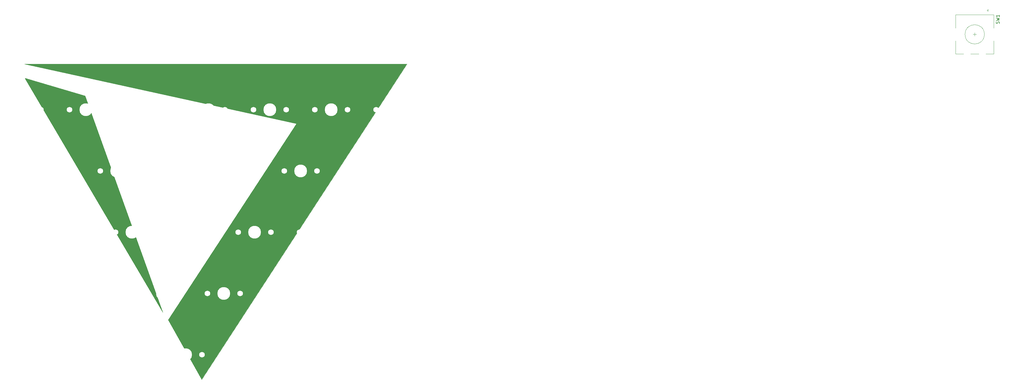
<source format=gto>
G04 #@! TF.GenerationSoftware,KiCad,Pcbnew,(5.1.4)-1*
G04 #@! TF.CreationDate,2020-09-19T16:07:07+10:00*
G04 #@! TF.ProjectId,keyboard-10,6b657962-6f61-4726-942d-31302e6b6963,rev?*
G04 #@! TF.SameCoordinates,Original*
G04 #@! TF.FileFunction,Legend,Top*
G04 #@! TF.FilePolarity,Positive*
%FSLAX46Y46*%
G04 Gerber Fmt 4.6, Leading zero omitted, Abs format (unit mm)*
G04 Created by KiCad (PCBNEW (5.1.4)-1) date 2020-09-19 16:07:07*
%MOMM*%
%LPD*%
G04 APERTURE LIST*
%ADD10C,0.100000*%
%ADD11C,0.120000*%
%ADD12C,0.150000*%
%ADD13C,3.987800*%
%ADD14C,1.750000*%
%ADD15R,2.000000X2.000000*%
%ADD16C,2.000000*%
%ADD17R,2.000000X3.200000*%
%ADD18C,3.048000*%
%ADD19O,1.000000X1.600000*%
%ADD20O,1.000000X2.100000*%
%ADD21C,0.650000*%
G04 APERTURE END LIST*
D10*
G36*
X155321000Y-120269000D02*
G01*
X179451000Y-187579000D01*
X136652000Y-114935000D01*
X136652000Y-114808000D01*
X155321000Y-120269000D01*
G37*
X155321000Y-120269000D02*
X179451000Y-187579000D01*
X136652000Y-114935000D01*
X136652000Y-114808000D01*
X155321000Y-120269000D01*
G36*
X191516000Y-208534000D02*
G01*
X181102000Y-189992000D01*
X220980000Y-128905000D01*
X136525000Y-110363000D01*
X255270000Y-110363000D01*
X191516000Y-208534000D01*
G37*
X191516000Y-208534000D02*
X181102000Y-189992000D01*
X220980000Y-128905000D01*
X136525000Y-110363000D01*
X255270000Y-110363000D01*
X191516000Y-208534000D01*
D11*
X434681250Y-101162500D02*
G75*
G03X434681250Y-101162500I-3000000J0D01*
G01*
X437581250Y-103162500D02*
X437581250Y-107262500D01*
X425781250Y-107262500D02*
X425781250Y-103162500D01*
X425781250Y-99162500D02*
X425781250Y-95062500D01*
X437581250Y-99162500D02*
X437581250Y-95062500D01*
X437581250Y-95062500D02*
X425781250Y-95062500D01*
X435481250Y-93662500D02*
X435781250Y-93362500D01*
X435781250Y-93362500D02*
X435781250Y-93962500D01*
X435781250Y-93962500D02*
X435481250Y-93662500D01*
X437581250Y-107262500D02*
X435181250Y-107262500D01*
X432981250Y-107262500D02*
X430381250Y-107262500D01*
X428181250Y-107262500D02*
X425781250Y-107262500D01*
X432181250Y-101162500D02*
X431181250Y-101162500D01*
X431681250Y-100662500D02*
X431681250Y-101662500D01*
D12*
X439286011Y-97795833D02*
X439333630Y-97652976D01*
X439333630Y-97414880D01*
X439286011Y-97319642D01*
X439238392Y-97272023D01*
X439143154Y-97224404D01*
X439047916Y-97224404D01*
X438952678Y-97272023D01*
X438905059Y-97319642D01*
X438857440Y-97414880D01*
X438809821Y-97605357D01*
X438762202Y-97700595D01*
X438714583Y-97748214D01*
X438619345Y-97795833D01*
X438524107Y-97795833D01*
X438428869Y-97748214D01*
X438381250Y-97700595D01*
X438333630Y-97605357D01*
X438333630Y-97367261D01*
X438381250Y-97224404D01*
X438333630Y-96891071D02*
X439333630Y-96652976D01*
X438619345Y-96462500D01*
X439333630Y-96272023D01*
X438333630Y-96033928D01*
X439333630Y-95129166D02*
X439333630Y-95700595D01*
X439333630Y-95414880D02*
X438333630Y-95414880D01*
X438476488Y-95510119D01*
X438571726Y-95605357D01*
X438619345Y-95700595D01*
%LPC*%
D13*
X143668750Y-162718750D03*
D14*
X138588750Y-162718750D03*
X148748750Y-162718750D03*
D13*
X138906250Y-162718750D03*
D14*
X133826250Y-162718750D03*
X143986250Y-162718750D03*
D15*
X434181250Y-93662500D03*
D16*
X431681250Y-93662500D03*
X429181250Y-93662500D03*
D17*
X437281250Y-101162500D03*
X426081250Y-101162500D03*
D16*
X434181250Y-108162500D03*
X429181250Y-108162500D03*
D13*
X136525000Y-100806250D03*
D14*
X131445000Y-100806250D03*
X141605000Y-100806250D03*
D13*
X407987500Y-186531250D03*
D14*
X402907500Y-186531250D03*
X413067500Y-186531250D03*
D13*
X377031250Y-181768750D03*
D14*
X371951250Y-181768750D03*
X382111250Y-181768750D03*
D13*
X355600000Y-143668750D03*
D14*
X350520000Y-143668750D03*
X360680000Y-143668750D03*
D13*
X374650000Y-143668750D03*
D14*
X369570000Y-143668750D03*
X379730000Y-143668750D03*
D13*
X169862500Y-162718750D03*
D14*
X164782500Y-162718750D03*
X174942500Y-162718750D03*
D13*
X269875000Y-124618750D03*
D14*
X264795000Y-124618750D03*
X274955000Y-124618750D03*
D13*
X427037500Y-205581250D03*
D14*
X421957500Y-205581250D03*
X432117500Y-205581250D03*
D13*
X407987500Y-205581250D03*
D14*
X402907500Y-205581250D03*
X413067500Y-205581250D03*
D13*
X388937500Y-205581250D03*
D14*
X383857500Y-205581250D03*
X394017500Y-205581250D03*
D13*
X365125000Y-200818750D03*
D14*
X360045000Y-200818750D03*
X370205000Y-200818750D03*
D13*
X346075000Y-200818750D03*
D14*
X340995000Y-200818750D03*
X351155000Y-200818750D03*
D13*
X327025000Y-200818750D03*
D14*
X321945000Y-200818750D03*
X332105000Y-200818750D03*
D13*
X257968750Y-200818750D03*
D14*
X252888750Y-200818750D03*
X263048750Y-200818750D03*
D18*
X207968850Y-193833750D03*
X307968650Y-193833750D03*
D13*
X207968850Y-209073750D03*
X307968650Y-209073750D03*
X186531250Y-200818750D03*
D14*
X181451250Y-200818750D03*
X191611250Y-200818750D03*
D13*
X162718750Y-200818750D03*
D14*
X157638750Y-200818750D03*
X167798750Y-200818750D03*
D13*
X138906250Y-200818750D03*
D14*
X133826250Y-200818750D03*
X143986250Y-200818750D03*
D13*
X431800000Y-181768750D03*
D14*
X426720000Y-181768750D03*
X436880000Y-181768750D03*
D13*
X350837500Y-181768750D03*
D14*
X345757500Y-181768750D03*
X355917500Y-181768750D03*
D13*
X331787500Y-181768750D03*
D14*
X326707500Y-181768750D03*
X336867500Y-181768750D03*
D13*
X312737500Y-181768750D03*
D14*
X307657500Y-181768750D03*
X317817500Y-181768750D03*
D13*
X293687500Y-181768750D03*
D14*
X288607500Y-181768750D03*
X298767500Y-181768750D03*
D13*
X274637500Y-181768750D03*
D14*
X269557500Y-181768750D03*
X279717500Y-181768750D03*
D13*
X255587500Y-181768750D03*
D14*
X250507500Y-181768750D03*
X260667500Y-181768750D03*
D13*
X236537500Y-181768750D03*
D14*
X231457500Y-181768750D03*
X241617500Y-181768750D03*
D13*
X217487500Y-181768750D03*
D14*
X212407500Y-181768750D03*
X222567500Y-181768750D03*
D13*
X198437500Y-181768750D03*
D14*
X193357500Y-181768750D03*
X203517500Y-181768750D03*
D13*
X179387500Y-181768750D03*
D14*
X174307500Y-181768750D03*
X184467500Y-181768750D03*
D13*
X148431250Y-181768750D03*
D14*
X143351250Y-181768750D03*
X153511250Y-181768750D03*
D18*
X136525000Y-174783750D03*
X160337500Y-174783750D03*
D13*
X136525000Y-190023750D03*
X160337500Y-190023750D03*
X431800000Y-162718750D03*
D14*
X426720000Y-162718750D03*
X436880000Y-162718750D03*
D13*
X391318750Y-162718750D03*
D14*
X386238750Y-162718750D03*
X396398750Y-162718750D03*
D18*
X379412500Y-155733750D03*
X403225000Y-155733750D03*
D13*
X379412500Y-170973750D03*
X403225000Y-170973750D03*
X360362500Y-162718750D03*
D14*
X355282500Y-162718750D03*
X365442500Y-162718750D03*
D13*
X341312500Y-162718750D03*
D14*
X336232500Y-162718750D03*
X346392500Y-162718750D03*
D13*
X322262500Y-162718750D03*
D14*
X317182500Y-162718750D03*
X327342500Y-162718750D03*
D13*
X303212500Y-162718750D03*
D14*
X298132500Y-162718750D03*
X308292500Y-162718750D03*
D13*
X284162500Y-162718750D03*
D14*
X279082500Y-162718750D03*
X289242500Y-162718750D03*
D13*
X265112500Y-162718750D03*
D14*
X260032500Y-162718750D03*
X270192500Y-162718750D03*
D13*
X246062500Y-162718750D03*
D14*
X240982500Y-162718750D03*
X251142500Y-162718750D03*
D13*
X227012500Y-162718750D03*
D14*
X221932500Y-162718750D03*
X232092500Y-162718750D03*
D13*
X207962500Y-162718750D03*
D14*
X202882500Y-162718750D03*
X213042500Y-162718750D03*
D13*
X188912500Y-162718750D03*
D14*
X183832500Y-162718750D03*
X193992500Y-162718750D03*
D13*
X431800000Y-143668750D03*
D14*
X426720000Y-143668750D03*
X436880000Y-143668750D03*
D13*
X398462500Y-143668750D03*
D14*
X393382500Y-143668750D03*
X403542500Y-143668750D03*
D13*
X336550000Y-143668750D03*
D14*
X331470000Y-143668750D03*
X341630000Y-143668750D03*
D13*
X317500000Y-143668750D03*
D14*
X312420000Y-143668750D03*
X322580000Y-143668750D03*
D13*
X298450000Y-143668750D03*
D14*
X293370000Y-143668750D03*
X303530000Y-143668750D03*
D13*
X279400000Y-143668750D03*
D14*
X274320000Y-143668750D03*
X284480000Y-143668750D03*
D13*
X260350000Y-143668750D03*
D14*
X255270000Y-143668750D03*
X265430000Y-143668750D03*
D13*
X241300000Y-143668750D03*
D14*
X236220000Y-143668750D03*
X246380000Y-143668750D03*
D13*
X222250000Y-143668750D03*
D14*
X217170000Y-143668750D03*
X227330000Y-143668750D03*
D13*
X203200000Y-143668750D03*
D14*
X198120000Y-143668750D03*
X208280000Y-143668750D03*
D13*
X184150000Y-143668750D03*
D14*
X179070000Y-143668750D03*
X189230000Y-143668750D03*
D13*
X165100000Y-143668750D03*
D14*
X160020000Y-143668750D03*
X170180000Y-143668750D03*
D13*
X141287500Y-143668750D03*
D14*
X136207500Y-143668750D03*
X146367500Y-143668750D03*
D13*
X431800000Y-124618750D03*
D14*
X426720000Y-124618750D03*
X436880000Y-124618750D03*
D13*
X393700000Y-124618750D03*
D14*
X388620000Y-124618750D03*
X398780000Y-124618750D03*
D13*
X365125000Y-124618750D03*
D14*
X360045000Y-124618750D03*
X370205000Y-124618750D03*
D13*
X346075000Y-124618750D03*
D14*
X340995000Y-124618750D03*
X351155000Y-124618750D03*
D13*
X327025000Y-124618750D03*
D14*
X321945000Y-124618750D03*
X332105000Y-124618750D03*
D13*
X307975000Y-124618750D03*
D14*
X302895000Y-124618750D03*
X313055000Y-124618750D03*
D13*
X288925000Y-124618750D03*
D14*
X283845000Y-124618750D03*
X294005000Y-124618750D03*
D13*
X250825000Y-124618750D03*
D14*
X245745000Y-124618750D03*
X255905000Y-124618750D03*
D13*
X231775000Y-124618750D03*
D14*
X226695000Y-124618750D03*
X236855000Y-124618750D03*
D13*
X212725000Y-124618750D03*
D14*
X207645000Y-124618750D03*
X217805000Y-124618750D03*
D13*
X193675000Y-124618750D03*
D14*
X188595000Y-124618750D03*
X198755000Y-124618750D03*
D13*
X174625000Y-124618750D03*
D14*
X169545000Y-124618750D03*
X179705000Y-124618750D03*
D13*
X155575000Y-124618750D03*
D14*
X150495000Y-124618750D03*
X160655000Y-124618750D03*
D13*
X136525000Y-124618750D03*
D14*
X131445000Y-124618750D03*
X141605000Y-124618750D03*
D13*
X403225000Y-100806250D03*
D14*
X398145000Y-100806250D03*
X408305000Y-100806250D03*
D13*
X384175000Y-100806250D03*
D14*
X379095000Y-100806250D03*
X389255000Y-100806250D03*
D13*
X365125000Y-100806250D03*
D14*
X360045000Y-100806250D03*
X370205000Y-100806250D03*
D13*
X346075000Y-100806250D03*
D14*
X340995000Y-100806250D03*
X351155000Y-100806250D03*
D13*
X317500000Y-100806250D03*
D14*
X312420000Y-100806250D03*
X322580000Y-100806250D03*
D13*
X298450000Y-100806250D03*
D14*
X293370000Y-100806250D03*
X303530000Y-100806250D03*
D13*
X279400000Y-100806250D03*
D14*
X274320000Y-100806250D03*
X284480000Y-100806250D03*
D13*
X260350000Y-100806250D03*
D14*
X255270000Y-100806250D03*
X265430000Y-100806250D03*
D13*
X231775000Y-100806250D03*
D14*
X226695000Y-100806250D03*
X236855000Y-100806250D03*
D13*
X212725000Y-100806250D03*
D14*
X207645000Y-100806250D03*
X217805000Y-100806250D03*
D13*
X193675000Y-100806250D03*
D14*
X188595000Y-100806250D03*
X198755000Y-100806250D03*
D13*
X174625000Y-100806250D03*
D14*
X169545000Y-100806250D03*
X179705000Y-100806250D03*
D19*
X421896000Y-92897000D03*
X413256000Y-92897000D03*
D20*
X421896000Y-97077000D03*
X413256000Y-97077000D03*
D21*
X414686000Y-96547000D03*
X420466000Y-96547000D03*
M02*

</source>
